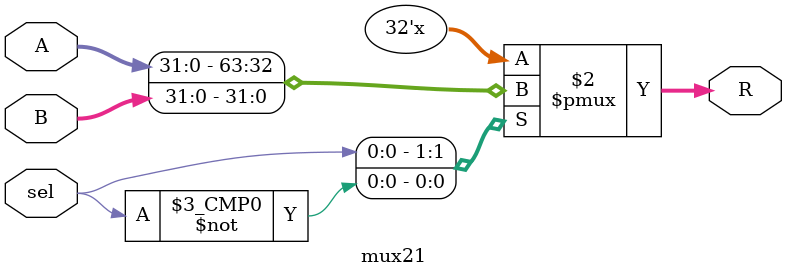
<source format=v>
`timescale 1ns/1ns

module mux21(
    input [31:0]A,
    input [31:0]B,
    input sel,
    output reg[31:0]R//C
    );
    
always @*
begin

    case(sel)
    1'b1:
    begin
        R = A;
    end

    1'b0:
    begin
        R = B;
    end

    endcase

end

endmodule
</source>
